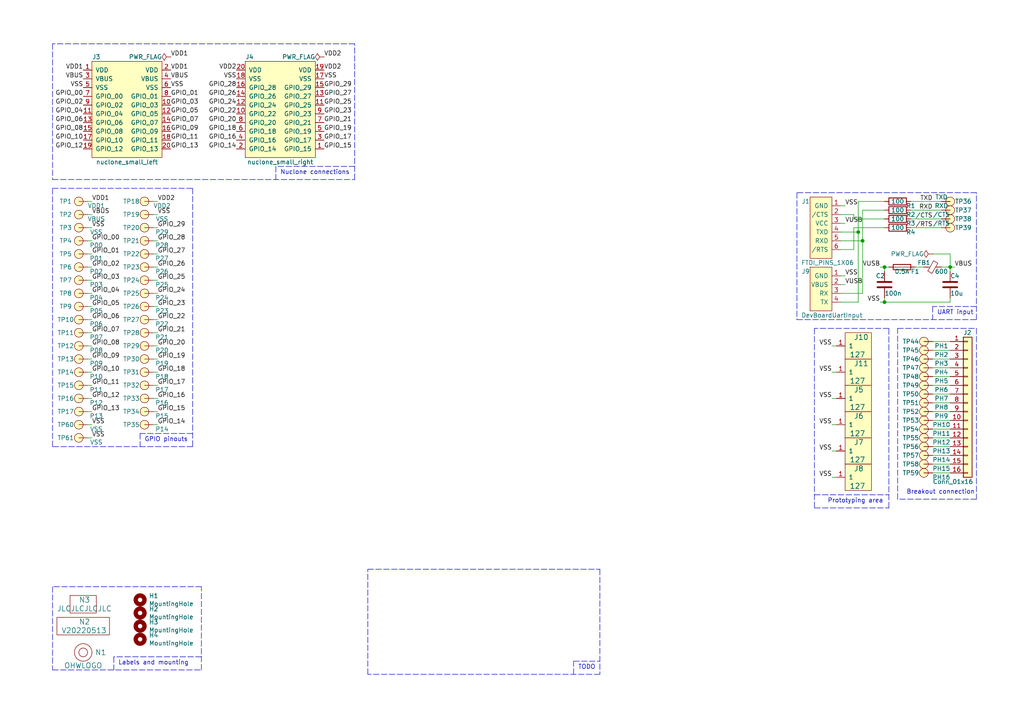
<source format=kicad_sch>
(kicad_sch (version 20211123) (generator eeschema)
  (paper "A4")
  (lib_symbols
    (symbol "Connector_Generic:Conn_01x16" (pin_names (offset 1.016) hide)
      (property "Reference" "J" (at 0 20.32 0))
      (property "Value" "Conn_01x16" (at 0 -22.86 0))
      (symbol "Conn_01x16_1_1"
        (rectangle (start -1.27 -20.193) (end 0 -20.447) (stroke (width 0.1524)))
        (rectangle (start -1.27 -17.653) (end 0 -17.907) (stroke (width 0.1524)))
        (rectangle (start -1.27 -15.113) (end 0 -15.367) (stroke (width 0.1524)))
        (rectangle (start -1.27 -12.573) (end 0 -12.827) (stroke (width 0.1524)))
        (rectangle (start -1.27 -10.033) (end 0 -10.287) (stroke (width 0.1524)))
        (rectangle (start -1.27 -7.493) (end 0 -7.747) (stroke (width 0.1524)))
        (rectangle (start -1.27 -4.953) (end 0 -5.207) (stroke (width 0.1524)))
        (rectangle (start -1.27 -2.413) (end 0 -2.667) (stroke (width 0.1524)))
        (rectangle (start -1.27 0.127) (end 0 -0.127) (stroke (width 0.1524)))
        (rectangle (start -1.27 2.667) (end 0 2.413) (stroke (width 0.1524)))
        (rectangle (start -1.27 5.207) (end 0 4.953) (stroke (width 0.1524)))
        (rectangle (start -1.27 7.747) (end 0 7.493) (stroke (width 0.1524)))
        (rectangle (start -1.27 10.287) (end 0 10.033) (stroke (width 0.1524)))
        (rectangle (start -1.27 12.827) (end 0 12.573) (stroke (width 0.1524)))
        (rectangle (start -1.27 15.367) (end 0 15.113) (stroke (width 0.1524)))
        (rectangle (start -1.27 17.907) (end 0 17.653) (stroke (width 0.1524)))
        (rectangle (start -1.27 19.05) (end 1.27 -21.59) (stroke (width 0.254)) (fill (type background)))
        (pin passive line (at -5.08 17.78 0) (length 3.81) (name "Pin_1") (number "1"))
        (pin passive line (at -5.08 -5.08 0) (length 3.81) (name "Pin_10") (number "10"))
        (pin passive line (at -5.08 -7.62 0) (length 3.81) (name "Pin_11") (number "11"))
        (pin passive line (at -5.08 -10.16 0) (length 3.81) (name "Pin_12") (number "12"))
        (pin passive line (at -5.08 -12.7 0) (length 3.81) (name "Pin_13") (number "13"))
        (pin passive line (at -5.08 -15.24 0) (length 3.81) (name "Pin_14") (number "14"))
        (pin passive line (at -5.08 -17.78 0) (length 3.81) (name "Pin_15") (number "15"))
        (pin passive line (at -5.08 -20.32 0) (length 3.81) (name "Pin_16") (number "16"))
        (pin passive line (at -5.08 15.24 0) (length 3.81) (name "Pin_2") (number "2"))
        (pin passive line (at -5.08 12.7 0) (length 3.81) (name "Pin_3") (number "3"))
        (pin passive line (at -5.08 10.16 0) (length 3.81) (name "Pin_4") (number "4"))
        (pin passive line (at -5.08 7.62 0) (length 3.81) (name "Pin_5") (number "5"))
        (pin passive line (at -5.08 5.08 0) (length 3.81) (name "Pin_6") (number "6"))
        (pin passive line (at -5.08 2.54 0) (length 3.81) (name "Pin_7") (number "7"))
        (pin passive line (at -5.08 0 0) (length 3.81) (name "Pin_8") (number "8"))
        (pin passive line (at -5.08 -2.54 0) (length 3.81) (name "Pin_9") (number "9"))
      )
    )
    (symbol "Device:C" (pin_numbers hide) (pin_names (offset 0.254))
      (property "Reference" "C" (at 0.635 2.54 0))
      (property "Value" "C" (at 0.635 -2.54 0))
      (symbol "C_0_1"
        (polyline (pts (xy -2.032 -0.762) (xy 2.032 -0.762)) (stroke (width 0.508)))
        (polyline (pts (xy -2.032 0.762) (xy 2.032 0.762)) (stroke (width 0.508)))
      )
      (symbol "C_1_1"
        (pin passive line (at 0 3.81 270) (length 2.794) (name "~") (number "1"))
        (pin passive line (at 0 -3.81 90) (length 2.794) (name "~") (number "2"))
      )
    )
    (symbol "Device:FerriteBead_Small" (pin_numbers hide) (pin_names (offset 0))
      (property "Reference" "FB" (at 1.905 1.27 0))
      (property "Value" "FerriteBead_Small" (at 1.905 -1.27 0))
      (symbol "FerriteBead_Small_0_1"
        (polyline (pts (xy 0 -1.27) (xy 0 -0.7874)))
        (polyline (pts (xy 0 0.889) (xy 0 1.2954)))
        (polyline (pts (xy -1.8288 0.2794) (xy -1.1176 1.4986) (xy 1.8288 -0.2032) (xy 1.1176 -1.4224) (xy -1.8288 0.2794)))
      )
      (symbol "FerriteBead_Small_1_1"
        (pin passive line (at 0 2.54 270) (length 1.27) (name "~") (number "1"))
        (pin passive line (at 0 -2.54 90) (length 1.27) (name "~") (number "2"))
      )
    )
    (symbol "Device:Fuse" (pin_numbers hide) (pin_names (offset 0))
      (property "Reference" "F" (at 2.032 0 90))
      (property "Value" "Fuse" (at -1.905 0 90))
      (symbol "Fuse_0_1"
        (rectangle (start -0.762 -2.54) (end 0.762 2.54) (stroke (width 0.254)))
        (polyline (pts (xy 0 2.54) (xy 0 -2.54)))
      )
      (symbol "Fuse_1_1"
        (pin passive line (at 0 3.81 270) (length 1.27) (name "~") (number "1"))
        (pin passive line (at 0 -3.81 90) (length 1.27) (name "~") (number "2"))
      )
    )
    (symbol "Device:R" (pin_numbers hide) (pin_names (offset 0))
      (property "Reference" "R" (at 2.032 0 90))
      (property "Value" "R" (at 0 0 90))
      (symbol "R_0_1"
        (rectangle (start -1.016 -2.54) (end 1.016 2.54) (stroke (width 0.254)))
      )
      (symbol "R_1_1"
        (pin passive line (at 0 3.81 270) (length 1.27) (name "~") (number "1"))
        (pin passive line (at 0 -3.81 90) (length 1.27) (name "~") (number "2"))
      )
    )
    (symbol "Mechanical:MountingHole" (pin_names (offset 1.016))
      (property "Reference" "H" (at 0 5.08 0))
      (property "Value" "MountingHole" (at 0 3.175 0))
      (symbol "MountingHole_0_1"
        (circle (center 0 0) (radius 1.27) (stroke (width 1.27)))
      )
    )
    (symbol "SquantorConnectorsNamed:DevBoardUartInput" (pin_names (offset 1.016))
      (property "Reference" "J" (at 0 7.62 0))
      (property "Value" "DevBoardUartInput" (at 0 -7.62 0))
      (symbol "DevBoardUartInput_0_1"
        (rectangle (start 2.54 -6.35) (end -3.81 6.35) (fill (type background)))
      )
      (symbol "DevBoardUartInput_1_1"
        (pin power_out line (at 5.08 3.81 180) (length 2.54) (name "GND") (number "1"))
        (pin power_out line (at 5.08 1.27 180) (length 2.54) (name "VBUS") (number "2"))
        (pin input line (at 5.08 -1.27 180) (length 2.54) (name "RX") (number "3"))
        (pin output line (at 5.08 -3.81 180) (length 2.54) (name "TX") (number "4"))
      )
    )
    (symbol "SquantorConnectorsNamed:FTDI_PINS_1X06" (pin_names (offset 1.016))
      (property "Reference" "J" (at 0 10.16 0))
      (property "Value" "FTDI_PINS_1X06" (at 0 -10.16 0))
      (symbol "FTDI_PINS_1X06_0_1"
        (rectangle (start -3.81 8.89) (end 2.54 -8.89) (fill (type background)))
      )
      (symbol "FTDI_PINS_1X06_1_1"
        (pin power_out line (at 5.08 6.35 180) (length 2.54) (name "GND") (number "1"))
        (pin input line (at 5.08 3.81 180) (length 2.54) (name "/CTS") (number "2"))
        (pin power_out line (at 5.08 1.27 180) (length 2.54) (name "VCC") (number "3"))
        (pin output line (at 5.08 -1.27 180) (length 2.54) (name "TXD") (number "4"))
        (pin input line (at 5.08 -3.81 180) (length 2.54) (name "RXD") (number "5"))
        (pin output line (at 5.08 -6.35 180) (length 2.54) (name "/RTS") (number "6"))
      )
    )
    (symbol "SquantorConnectorsNamed:nuclone_small_left" (pin_names (offset 1.016))
      (property "Reference" "J" (at 0 15.24 0))
      (property "Value" "nuclone_small_left" (at 0 -15.24 0))
      (symbol "nuclone_small_left_0_1"
        (rectangle (start -10.16 13.97) (end 10.16 -13.97) (fill (type background)))
      )
      (symbol "nuclone_small_left_1_1"
        (pin power_in line (at -12.7 11.43 0) (length 2.54) (name "VDD") (number "1"))
        (pin bidirectional line (at 12.7 1.27 180) (length 2.54) (name "GPIO_03") (number "10"))
        (pin bidirectional line (at -12.7 -1.27 0) (length 2.54) (name "GPIO_04") (number "11"))
        (pin bidirectional line (at 12.7 -1.27 180) (length 2.54) (name "GPIO_05") (number "12"))
        (pin bidirectional line (at -12.7 -3.81 0) (length 2.54) (name "GPIO_06") (number "13"))
        (pin bidirectional line (at 12.7 -3.81 180) (length 2.54) (name "GPIO_07") (number "14"))
        (pin bidirectional line (at -12.7 -6.35 0) (length 2.54) (name "GPIO_08") (number "15"))
        (pin bidirectional line (at 12.7 -6.35 180) (length 2.54) (name "GPIO_09") (number "16"))
        (pin bidirectional line (at -12.7 -8.89 0) (length 2.54) (name "GPIO_10") (number "17"))
        (pin bidirectional line (at 12.7 -8.89 180) (length 2.54) (name "GPIO_11") (number "18"))
        (pin bidirectional line (at -12.7 -11.43 0) (length 2.54) (name "GPIO_12") (number "19"))
        (pin power_in line (at 12.7 11.43 180) (length 2.54) (name "VDD") (number "2"))
        (pin bidirectional line (at 12.7 -11.43 180) (length 2.54) (name "GPIO_13") (number "20"))
        (pin power_in line (at -12.7 8.89 0) (length 2.54) (name "VBUS") (number "3"))
        (pin power_in line (at 12.7 8.89 180) (length 2.54) (name "VBUS") (number "4"))
        (pin power_in line (at -12.7 6.35 0) (length 2.54) (name "VSS") (number "5"))
        (pin power_in line (at 12.7 6.35 180) (length 2.54) (name "VSS") (number "6"))
        (pin bidirectional line (at -12.7 3.81 0) (length 2.54) (name "GPIO_00") (number "7"))
        (pin bidirectional line (at 12.7 3.81 180) (length 2.54) (name "GPIO_01") (number "8"))
        (pin bidirectional line (at -12.7 1.27 0) (length 2.54) (name "GPIO_02") (number "9"))
      )
    )
    (symbol "SquantorConnectorsNamed:nuclone_small_right" (pin_names (offset 1.016))
      (property "Reference" "J" (at 0 -15.24 0))
      (property "Value" "nuclone_small_right" (at 0 15.24 0))
      (symbol "nuclone_small_right_0_1"
        (rectangle (start 10.16 -13.97) (end -10.16 13.97) (fill (type background)))
      )
      (symbol "nuclone_small_right_1_1"
        (pin bidirectional line (at 12.7 -11.43 180) (length 2.54) (name "GPIO_15") (number "1"))
        (pin bidirectional line (at -12.7 -1.27 0) (length 2.54) (name "GPIO_22") (number "10"))
        (pin bidirectional line (at 12.7 1.27 180) (length 2.54) (name "GPIO_25") (number "11"))
        (pin bidirectional line (at -12.7 1.27 0) (length 2.54) (name "GPIO_24") (number "12"))
        (pin bidirectional line (at 12.7 3.81 180) (length 2.54) (name "GPIO_27") (number "13"))
        (pin bidirectional line (at -12.7 3.81 0) (length 2.54) (name "GPIO_26") (number "14"))
        (pin bidirectional line (at 12.7 6.35 180) (length 2.54) (name "GPIO_29") (number "15"))
        (pin bidirectional line (at -12.7 6.35 0) (length 2.54) (name "GPIO_28") (number "16"))
        (pin power_in line (at 12.7 8.89 180) (length 2.54) (name "VSS") (number "17"))
        (pin power_in line (at -12.7 8.89 0) (length 2.54) (name "VSS") (number "18"))
        (pin power_in line (at 12.7 11.43 180) (length 2.54) (name "VDD") (number "19"))
        (pin bidirectional line (at -12.7 -11.43 0) (length 2.54) (name "GPIO_14") (number "2"))
        (pin power_in line (at -12.7 11.43 0) (length 2.54) (name "VDD") (number "20"))
        (pin bidirectional line (at 12.7 -8.89 180) (length 2.54) (name "GPIO_17") (number "3"))
        (pin bidirectional line (at -12.7 -8.89 0) (length 2.54) (name "GPIO_16") (number "4"))
        (pin bidirectional line (at 12.7 -6.35 180) (length 2.54) (name "GPIO_19") (number "5"))
        (pin bidirectional line (at -12.7 -6.35 0) (length 2.54) (name "GPIO_18") (number "6"))
        (pin bidirectional line (at 12.7 -3.81 180) (length 2.54) (name "GPIO_21") (number "7"))
        (pin bidirectional line (at -12.7 -3.81 0) (length 2.54) (name "GPIO_20") (number "8"))
        (pin bidirectional line (at 12.7 -1.27 180) (length 2.54) (name "GPIO_23") (number "9"))
      )
    )
    (symbol "SquantorLabels:Label" (pin_names (offset 1.016))
      (property "Reference" "N" (at 0 1.27 0))
      (property "Value" "Label" (at 0 -1.27 0))
      (symbol "Label_0_1"
        (rectangle (start -3.81 2.54) (end 3.81 -2.54))
      )
    )
    (symbol "SquantorLabels:OHWLOGO" (pin_names (offset 1.016))
      (property "Reference" "N" (at 0 3.81 0))
      (property "Value" "OHWLOGO" (at 0 -3.81 0))
      (symbol "OHWLOGO_0_1"
        (circle (center 0 0) (radius 1.27))
        (circle (center 0 0) (radius 2.54))
      )
    )
    (symbol "SquantorLabels:VYYYYMMDD" (pin_names (offset 1.016))
      (property "Reference" "N" (at 0 2.54 0))
      (property "Value" "VYYYYMMDD" (at 0 0 0))
      (symbol "VYYYYMMDD_0_1"
        (rectangle (start 7.62 -1.27) (end -7.62 3.81))
      )
    )
    (symbol "SquantorProto:Proto_1pin" (pin_names (offset 1.016))
      (property "Reference" "J" (at 0 2.54 0))
      (property "Value" "Proto_1pin" (at 0 -2.54 0))
      (symbol "Proto_1pin_0_1"
        (polyline (pts (xy -3.81 3.81) (xy 3.81 3.81) (xy 3.81 -3.81) (xy -3.81 -3.81) (xy -3.81 3.81)) (fill (type background)))
      )
      (symbol "Proto_1pin_1_1"
        (pin passive line (at -6.35 0 0) (length 2.54) (name "1") (number "1"))
      )
    )
    (symbol "SquantorProto:testpad" (pin_numbers hide) (pin_names (offset 1.016) hide)
      (property "Reference" "TP" (at 0 2.54 0))
      (property "Value" "testpad" (at 0 -2.54 0))
      (symbol "testpad_0_1"
        (circle (center 0 0) (radius 1.27) (fill (type background)))
      )
      (symbol "testpad_1_1"
        (pin passive line (at -2.54 0 0) (length 2.54) (name "1") (number "1"))
      )
    )
    (symbol "power:PWR_FLAG" (power) (pin_numbers hide) (pin_names (offset 0) hide)
      (property "Value" "PWR_FLAG" (at 0 3.81 0))
      (symbol "PWR_FLAG_0_0"
        (pin power_out line (at 0 0 90) (length 0) (name "pwr") (number "1"))
      )
      (symbol "PWR_FLAG_0_1"
        (polyline (pts (xy 0 0) (xy 0 1.27) (xy -1.016 1.905) (xy 0 2.54) (xy 1.016 1.905) (xy 0 1.27)))
      )
    )
  )
  (junction (at 250.19 69.85))
  (junction (at 248.92 67.31))
  (junction (at 256.54 87.63))
  (junction (at 275.59 77.47))
  (junction (at 256.54 77.47))
  (wire (pts (xy 270.51 129.54) (xy 275.59 129.54)))
  (wire (pts (xy 241.3 138.43) (xy 242.57 138.43)))
  (polyline (pts (xy 260.35 144.78) (xy 260.35 95.25)))
  (wire (pts (xy 275.59 111.76) (xy 270.51 111.76)))
  (wire (pts (xy 44.45 96.52) (xy 45.72 96.52)))
  (wire (pts (xy 44.45 58.42) (xy 45.72 58.42)))
  (wire (pts (xy 276.86 77.47) (xy 275.59 77.47)))
  (polyline (pts (xy 102.87 48.26) (xy 80.01 48.26)))
  (polyline (pts (xy 33.02 190.5) (xy 33.02 194.31)))
  (wire (pts (xy 275.59 77.47) (xy 275.59 78.74)))
  (wire (pts (xy 270.51 99.06) (xy 275.59 99.06)))
  (wire (pts (xy 243.84 87.63) (xy 248.92 87.63)))
  (wire (pts (xy 270.51 73.66) (xy 275.59 73.66)))
  (wire (pts (xy 256.54 63.5) (xy 247.65 63.5)))
  (wire (pts (xy 45.72 77.47) (xy 44.45 77.47)))
  (wire (pts (xy 255.27 77.47) (xy 256.54 77.47)))
  (polyline (pts (xy 58.42 190.5) (xy 33.02 190.5)))
  (wire (pts (xy 45.72 107.95) (xy 44.45 107.95)))
  (wire (pts (xy 25.4 88.9) (xy 26.67 88.9)))
  (polyline (pts (xy 173.99 165.1) (xy 173.99 195.58)))
  (wire (pts (xy 270.51 114.3) (xy 275.59 114.3)))
  (wire (pts (xy 44.45 115.57) (xy 45.72 115.57)))
  (wire (pts (xy 275.59 73.66) (xy 275.59 77.47)))
  (wire (pts (xy 241.3 123.19) (xy 242.57 123.19)))
  (wire (pts (xy 265.43 77.47) (xy 267.97 77.47)))
  (wire (pts (xy 26.67 115.57) (xy 25.4 115.57)))
  (wire (pts (xy 26.67 58.42) (xy 25.4 58.42)))
  (polyline (pts (xy 80.01 48.26) (xy 80.01 52.07)))
  (wire (pts (xy 243.84 85.09) (xy 250.19 85.09)))
  (wire (pts (xy 26.67 123.19) (xy 25.4 123.19)))
  (polyline (pts (xy 15.24 54.61) (xy 55.88 54.61)))
  (wire (pts (xy 243.84 64.77) (xy 245.11 64.77)))
  (wire (pts (xy 26.67 85.09) (xy 25.4 85.09)))
  (wire (pts (xy 270.51 124.46) (xy 275.59 124.46)))
  (polyline (pts (xy 15.24 129.54) (xy 15.24 54.61)))
  (wire (pts (xy 45.72 100.33) (xy 44.45 100.33)))
  (polyline (pts (xy 40.64 125.73) (xy 40.64 129.54)))
  (wire (pts (xy 241.3 100.33) (xy 242.57 100.33)))
  (wire (pts (xy 44.45 66.04) (xy 45.72 66.04)))
  (polyline (pts (xy 55.88 54.61) (xy 55.88 129.54)))
  (wire (pts (xy 256.54 78.74) (xy 256.54 77.47)))
  (wire (pts (xy 45.72 85.09) (xy 44.45 85.09)))
  (polyline (pts (xy 236.22 147.32) (xy 257.81 147.32)))
  (wire (pts (xy 25.4 81.28) (xy 26.67 81.28)))
  (wire (pts (xy 25.4 104.14) (xy 26.67 104.14)))
  (wire (pts (xy 45.72 69.85) (xy 44.45 69.85)))
  (polyline (pts (xy 236.22 143.51) (xy 257.81 143.51)))
  (wire (pts (xy 275.59 87.63) (xy 275.59 86.36)))
  (wire (pts (xy 264.16 63.5) (xy 273.05 63.5)))
  (wire (pts (xy 25.4 96.52) (xy 26.67 96.52)))
  (wire (pts (xy 26.67 66.04) (xy 25.4 66.04)))
  (wire (pts (xy 275.59 101.6) (xy 270.51 101.6)))
  (wire (pts (xy 243.84 72.39) (xy 247.65 72.39)))
  (wire (pts (xy 275.59 116.84) (xy 270.51 116.84)))
  (wire (pts (xy 44.45 111.76) (xy 45.72 111.76)))
  (wire (pts (xy 270.51 104.14) (xy 275.59 104.14)))
  (polyline (pts (xy 15.24 194.31) (xy 58.42 194.31)))
  (wire (pts (xy 275.59 121.92) (xy 270.51 121.92)))
  (wire (pts (xy 44.45 88.9) (xy 45.72 88.9)))
  (polyline (pts (xy 102.87 12.7) (xy 15.24 12.7)))
  (wire (pts (xy 270.51 119.38) (xy 275.59 119.38)))
  (polyline (pts (xy 270.51 88.9) (xy 270.51 92.71)))
  (polyline (pts (xy 257.81 95.25) (xy 236.22 95.25)))
  (polyline (pts (xy 283.21 92.71) (xy 283.21 55.88)))
  (wire (pts (xy 275.59 132.08) (xy 270.51 132.08)))
  (wire (pts (xy 26.67 107.95) (xy 25.4 107.95)))
  (wire (pts (xy 241.3 107.95) (xy 242.57 107.95)))
  (polyline (pts (xy 236.22 95.25) (xy 236.22 147.32)))
  (wire (pts (xy 256.54 77.47) (xy 257.81 77.47)))
  (polyline (pts (xy 106.68 165.1) (xy 173.99 165.1)))
  (polyline (pts (xy 257.81 147.32) (xy 257.81 95.25)))
  (wire (pts (xy 270.51 109.22) (xy 275.59 109.22)))
  (polyline (pts (xy 260.35 95.25) (xy 283.21 95.25)))
  (polyline (pts (xy 55.88 129.54) (xy 15.24 129.54)))
  (polyline (pts (xy 15.24 52.07) (xy 102.87 52.07)))
  (polyline (pts (xy 283.21 144.78) (xy 260.35 144.78)))
  (polyline (pts (xy 58.42 194.31) (xy 58.42 170.18)))
  (polyline (pts (xy 283.21 88.9) (xy 270.51 88.9)))
  (wire (pts (xy 248.92 87.63) (xy 248.92 67.31)))
  (wire (pts (xy 264.16 58.42) (xy 273.05 58.42)))
  (wire (pts (xy 256.54 87.63) (xy 275.59 87.63)))
  (polyline (pts (xy 283.21 95.25) (xy 283.21 144.78)))
  (wire (pts (xy 241.3 115.57) (xy 242.57 115.57)))
  (polyline (pts (xy 166.37 191.77) (xy 173.99 191.77)))
  (wire (pts (xy 25.4 119.38) (xy 26.67 119.38)))
  (polyline (pts (xy 58.42 170.18) (xy 15.24 170.18)))
  (polyline (pts (xy 106.68 195.58) (xy 106.68 165.1)))
  (wire (pts (xy 264.16 66.04) (xy 273.05 66.04)))
  (wire (pts (xy 255.27 87.63) (xy 256.54 87.63)))
  (wire (pts (xy 45.72 119.38) (xy 44.45 119.38)))
  (wire (pts (xy 26.67 127) (xy 25.4 127)))
  (wire (pts (xy 248.92 58.42) (xy 256.54 58.42)))
  (wire (pts (xy 45.72 92.71) (xy 44.45 92.71)))
  (polyline (pts (xy 55.88 125.73) (xy 40.64 125.73)))
  (wire (pts (xy 247.65 63.5) (xy 247.65 62.23)))
  (wire (pts (xy 264.16 60.96) (xy 273.05 60.96)))
  (wire (pts (xy 241.3 130.81) (xy 242.57 130.81)))
  (wire (pts (xy 275.59 127) (xy 270.51 127)))
  (wire (pts (xy 250.19 69.85) (xy 250.19 60.96)))
  (wire (pts (xy 25.4 73.66) (xy 26.67 73.66)))
  (wire (pts (xy 44.45 81.28) (xy 45.72 81.28)))
  (wire (pts (xy 26.67 77.47) (xy 25.4 77.47)))
  (wire (pts (xy 44.45 123.19) (xy 45.72 123.19)))
  (polyline (pts (xy 283.21 55.88) (xy 231.14 55.88)))
  (polyline (pts (xy 231.14 55.88) (xy 231.14 92.71)))
  (wire (pts (xy 275.59 106.68) (xy 270.51 106.68)))
  (wire (pts (xy 26.67 100.33) (xy 25.4 100.33)))
  (wire (pts (xy 243.84 67.31) (xy 248.92 67.31)))
  (wire (pts (xy 250.19 60.96) (xy 256.54 60.96)))
  (wire (pts (xy 44.45 104.14) (xy 45.72 104.14)))
  (wire (pts (xy 44.45 73.66) (xy 45.72 73.66)))
  (wire (pts (xy 250.19 85.09) (xy 250.19 69.85)))
  (wire (pts (xy 248.92 67.31) (xy 248.92 58.42)))
  (wire (pts (xy 243.84 62.23) (xy 247.65 62.23)))
  (wire (pts (xy 26.67 69.85) (xy 25.4 69.85)))
  (wire (pts (xy 243.84 69.85) (xy 250.19 69.85)))
  (wire (pts (xy 26.67 92.71) (xy 25.4 92.71)))
  (polyline (pts (xy 15.24 170.18) (xy 15.24 194.31)))
  (polyline (pts (xy 15.24 12.7) (xy 15.24 52.07)))
  (wire (pts (xy 247.65 66.04) (xy 256.54 66.04)))
  (wire (pts (xy 243.84 80.01) (xy 245.11 80.01)))
  (polyline (pts (xy 173.99 195.58) (xy 106.68 195.58)))
  (wire (pts (xy 25.4 62.23) (xy 26.67 62.23)))
  (wire (pts (xy 270.51 134.62) (xy 275.59 134.62)))
  (wire (pts (xy 25.4 111.76) (xy 26.67 111.76)))
  (polyline (pts (xy 231.14 92.71) (xy 283.21 92.71)))
  (polyline (pts (xy 102.87 52.07) (xy 102.87 12.7)))
  (wire (pts (xy 243.84 59.69) (xy 245.11 59.69)))
  (wire (pts (xy 273.05 77.47) (xy 275.59 77.47)))
  (wire (pts (xy 275.59 137.16) (xy 270.51 137.16)))
  (wire (pts (xy 247.65 72.39) (xy 247.65 66.04)))
  (wire (pts (xy 45.72 62.23) (xy 44.45 62.23)))
  (wire (pts (xy 256.54 87.63) (xy 256.54 86.36)))
  (polyline (pts (xy 166.37 195.58) (xy 166.37 191.77)))
  (wire (pts (xy 243.84 82.55) (xy 245.11 82.55)))
  (text "Prototyping area" (at 240.03 146.05 0) (effects (font (size 1.27 1.27)) (justify left bottom)))
  (text "Labels and mounting" (at 34.29 193.04 0) (effects (font (size 1.27 1.27)) (justify left bottom)))
  (text "Breakout connection" (at 262.89 143.51 0) (effects (font (size 1.27 1.27)) (justify left bottom)))
  (text "TODO" (at 167.64 194.31 0) (effects (font (size 1.27 1.27)) (justify left bottom)))
  (text "GPIO pinouts" (at 41.91 128.27 0) (effects (font (size 1.27 1.27)) (justify left bottom)))
  (text "UART input" (at 271.78 91.44 0) (effects (font (size 1.27 1.27)) (justify left bottom)))
  (text "Nuclone connections" (at 81.28 50.8 0) (effects (font (size 1.27 1.27)) (justify left bottom)))
  (label "GPIO_24" (at 45.72 85.09 0))
  (label "GPIO_20" (at 68.58 35.56 180))
  (label "VSS" (at 241.3 115.57 180))
  (label "GPIO_22" (at 45.72 92.71 0))
  (label "GPIO_26" (at 68.58 27.94 180))
  (label "VSS" (at 49.53 25.4 0))
  (label "GPIO_24" (at 68.58 30.48 180))
  (label "GPIO_27" (at 45.72 73.66 0))
  (label "GPIO_11" (at 26.67 111.76 0))
  (label "VBUS" (at 49.53 22.86 0))
  (label "GPIO_28" (at 45.72 69.85 0))
  (label "VSS" (at 241.3 100.33 180))
  (label "GPIO_12" (at 26.67 115.57 0))
  (label "VSS" (at 241.3 130.81 180))
  (label "GPIO_15" (at 45.72 119.38 0))
  (label "VDD1" (at 26.67 58.42 0))
  (label "GPIO_07" (at 49.53 35.56 0))
  (label "GPIO_00" (at 24.13 27.94 180))
  (label "GPIO_21" (at 93.98 35.56 0))
  (label "VDD2" (at 93.98 16.51 0))
  (label "VBUS" (at 26.67 62.23 0))
  (label "VDD2" (at 45.72 58.42 0))
  (label "VSS" (at 241.3 107.95 180))
  (label "GPIO_29" (at 93.98 25.4 0))
  (label "VSS" (at 26.67 127 0))
  (label "GPIO_19" (at 45.72 104.14 0))
  (label "GPIO_08" (at 24.13 38.1 180))
  (label "{slash}CTS" (at 270.51 63.5 180))
  (label "GPIO_11" (at 49.53 40.64 0))
  (label "VDD1" (at 49.53 16.51 0))
  (label "VDD2" (at 93.98 20.32 0))
  (label "GPIO_22" (at 68.58 33.02 180))
  (label "VSS" (at 245.11 80.01 0))
  (label "VDD1" (at 24.13 20.32 180))
  (label "VSS" (at 45.72 62.23 0))
  (label "GPIO_10" (at 24.13 40.64 180))
  (label "GPIO_23" (at 93.98 33.02 0))
  (label "GPIO_01" (at 49.53 27.94 0))
  (label "GPIO_05" (at 49.53 33.02 0))
  (label "GPIO_15" (at 93.98 43.18 0))
  (label "GPIO_16" (at 45.72 115.57 0))
  (label "GPIO_08" (at 26.67 100.33 0))
  (label "GPIO_19" (at 93.98 38.1 0))
  (label "GPIO_26" (at 45.72 77.47 0))
  (label "GPIO_18" (at 45.72 107.95 0))
  (label "VSS" (at 241.3 123.19 180))
  (label "GPIO_27" (at 93.98 27.94 0))
  (label "GPIO_23" (at 45.72 88.9 0))
  (label "GPIO_21" (at 45.72 96.52 0))
  (label "GPIO_06" (at 26.67 92.71 0))
  (label "VUSB" (at 255.27 77.47 180))
  (label "GPIO_03" (at 26.67 81.28 0))
  (label "GPIO_17" (at 93.98 40.64 0))
  (label "GPIO_14" (at 68.58 43.18 180))
  (label "GPIO_00" (at 26.67 69.85 0))
  (label "VSS" (at 93.98 22.86 0))
  (label "GPIO_04" (at 24.13 33.02 180))
  (label "VSS" (at 24.13 25.4 180))
  (label "GPIO_03" (at 49.53 30.48 0))
  (label "GPIO_13" (at 49.53 43.18 0))
  (label "GPIO_09" (at 26.67 104.14 0))
  (label "GPIO_02" (at 26.67 77.47 0))
  (label "VSS" (at 26.67 66.04 0))
  (label "GPIO_25" (at 45.72 81.28 0))
  (label "GPIO_13" (at 26.67 119.38 0))
  (label "VBUS" (at 276.86 77.47 0))
  (label "VSS" (at 26.67 123.19 0))
  (label "GPIO_18" (at 68.58 38.1 180))
  (label "GPIO_07" (at 26.67 96.52 0))
  (label "GPIO_05" (at 26.67 88.9 0))
  (label "GPIO_28" (at 68.58 25.4 180))
  (label "GPIO_09" (at 49.53 38.1 0))
  (label "GPIO_06" (at 24.13 35.56 180))
  (label "VUSB" (at 245.11 64.77 0))
  (label "GPIO_02" (at 24.13 30.48 180))
  (label "GPIO_25" (at 93.98 30.48 0))
  (label "VBUS" (at 24.13 22.86 180))
  (label "VDD2" (at 68.58 20.32 180))
  (label "{slash}RTS" (at 270.51 66.04 180))
  (label "GPIO_04" (at 26.67 85.09 0))
  (label "GPIO_16" (at 68.58 40.64 180))
  (label "VUSB" (at 245.11 82.55 0))
  (label "GPIO_17" (at 45.72 111.76 0))
  (label "TXD" (at 270.51 58.42 180))
  (label "GPIO_10" (at 26.67 107.95 0))
  (label "VSS" (at 245.11 59.69 0))
  (label "VSS" (at 255.27 87.63 180))
  (label "VDD1" (at 49.53 20.32 0))
  (label "GPIO_12" (at 24.13 43.18 180))
  (label "RXD" (at 270.51 60.96 180))
  (label "GPIO_01" (at 26.67 73.66 0))
  (label "VSS" (at 68.58 22.86 180))
  (label "GPIO_14" (at 45.72 123.19 0))
  (label "VSS" (at 241.3 138.43 180))
  (label "GPIO_29" (at 45.72 66.04 0))
  (label "GPIO_20" (at 45.72 100.33 0))
  (symbol (lib_id "SquantorLabels:OHWLOGO") (at 24.13 189.23 0) (unit 1)
    (property "Reference" "N1" (at 29.21 189.23 0) (effects (font (size 1.524 1.524))))
    (property "Value" "OHWLOGO" (at 24.13 193.04 0) (effects (font (size 1.524 1.524))))
    (property "Footprint" "Symbols:OSHW-Symbol_6.7x6mm_SilkScreen" (effects hide))
  )
  (symbol (lib_id "Mechanical:MountingHole") (at 40.64 185.42 0) (unit 1)
    (property "Reference" "H4" (at 43.18 184.2516 0) (effects (justify left)))
    (property "Value" "MountingHole" (at 43.18 186.563 0) (effects (justify left)))
    (property "Footprint" "MountingHole:MountingHole_3.2mm_M3_Pad_Via" (effects hide))
  )
  (symbol (lib_id "Mechanical:MountingHole") (at 40.64 181.61 0) (unit 1)
    (property "Reference" "H3" (at 43.18 180.4416 0) (effects (justify left)))
    (property "Value" "MountingHole" (at 43.18 182.753 0) (effects (justify left)))
    (property "Footprint" "MountingHole:MountingHole_3.2mm_M3_Pad_Via" (effects hide))
  )
  (symbol (lib_id "Mechanical:MountingHole") (at 40.64 177.8 0) (unit 1)
    (property "Reference" "H2" (at 43.18 176.6316 0) (effects (justify left)))
    (property "Value" "MountingHole" (at 43.18 178.943 0) (effects (justify left)))
    (property "Footprint" "MountingHole:MountingHole_3.2mm_M3_Pad_Via" (effects hide))
  )
  (symbol (lib_id "Mechanical:MountingHole") (at 40.64 173.99 0) (unit 1)
    (property "Reference" "H1" (at 43.18 172.8216 0) (effects (justify left)))
    (property "Value" "MountingHole" (at 43.18 175.133 0) (effects (justify left)))
    (property "Footprint" "MountingHole:MountingHole_3.2mm_M3_Pad_Via" (effects hide))
  )
  (symbol (lib_id "SquantorLabels:VYYYYMMDD") (at 24.13 182.88 0) (unit 1)
    (property "Reference" "N2" (at 22.86 180.34 0) (effects (font (size 1.524 1.524)) (justify left)))
    (property "Value" "V20220513" (at 17.78 182.88 0) (effects (font (size 1.524 1.524)) (justify left)))
    (property "Footprint" "SquantorLabels:Label_Generic" (effects hide))
  )
  (symbol (lib_id "SquantorConnectorsNamed:nuclone_small_left") (at 36.83 31.75 0) (unit 1)
    (property "Reference" "J3" (at 27.94 16.51 0))
    (property "Value" "nuclone_small_left" (at 36.83 46.99 0))
    (property "Footprint" "SquantorConnectorsNamed:nuclone_small_left_stacked" (effects hide))
  )
  (symbol (lib_id "SquantorConnectorsNamed:nuclone_small_right") (at 81.28 31.75 0) (unit 1)
    (property "Reference" "J4" (at 72.39 16.51 0))
    (property "Value" "nuclone_small_right" (at 81.28 46.99 0))
    (property "Footprint" "SquantorConnectorsNamed:nuclone_small_right_stacked" (effects hide))
  )
  (symbol (lib_id "SquantorLabels:Label") (at 24.13 175.26 0) (unit 1)
    (property "Reference" "N3" (at 22.86 173.99 0) (effects (font (size 1.524 1.524)) (justify left)))
    (property "Value" "JLCJLCJLCJLC" (at 16.51 176.53 0) (effects (font (size 1.524 1.524)) (justify left)))
    (property "Footprint" "SquantorLabels:Label_Generic" (effects hide))
  )
  (symbol (lib_id "SquantorProto:testpad") (at 22.86 58.42 180) (unit 1)
    (property "Reference" "TP1" (at 19.05 58.42 0))
    (property "Value" "VDD1" (at 27.94 59.69 0))
    (property "Footprint" "SquantorTestPoints:TestPoint_hole_H05R10" (effects hide))
  )
  (symbol (lib_id "SquantorProto:testpad") (at 22.86 62.23 180) (unit 1)
    (property "Reference" "TP2" (at 19.05 62.23 0))
    (property "Value" "VBUS" (at 27.94 63.5 0))
    (property "Footprint" "SquantorTestPoints:TestPoint_hole_H05R10" (effects hide))
  )
  (symbol (lib_id "SquantorProto:testpad") (at 22.86 66.04 180) (unit 1)
    (property "Reference" "TP3" (at 19.05 66.04 0))
    (property "Value" "VSS" (at 27.94 67.31 0))
    (property "Footprint" "SquantorTestPoints:TestPoint_hole_H05R10" (effects hide))
  )
  (symbol (lib_id "Device:C") (at 256.54 82.55 0) (unit 1)
    (property "Reference" "C2" (at 254 80.01 0) (effects (justify left)))
    (property "Value" "100n" (at 256.54 85.09 0) (effects (justify left)))
    (property "Footprint" "SquantorRcl:C_0603" (effects hide))
  )
  (symbol (lib_id "Device:Fuse") (at 261.62 77.47 270) (unit 1)
    (property "Reference" "F1" (at 265.43 78.74 90))
    (property "Value" "0.5A" (at 261.62 78.74 90))
    (property "Footprint" "SquantorRcl:F_0603_hand" (effects hide))
  )
  (symbol (lib_id "Device:FerriteBead_Small") (at 270.51 77.47 270) (unit 1)
    (property "Reference" "FB1" (at 267.97 76.2 90))
    (property "Value" "600" (at 273.05 78.74 90))
    (property "Footprint" "SquantorRcl:L_0603" (effects hide))
  )
  (symbol (lib_id "Device:C") (at 275.59 82.55 0) (unit 1)
    (property "Reference" "C4" (at 275.59 80.01 0) (effects (justify left)))
    (property "Value" "10u" (at 275.59 85.09 0) (effects (justify left)))
    (property "Footprint" "SquantorRcl:C_0603" (effects hide))
  )
  (symbol (lib_id "power:PWR_FLAG") (at 49.53 16.51 90) (unit 1)
    (property "Reference" "#FLG01" (effects hide))
    (property "Value" "PWR_FLAG" (at 46.99 16.51 90) (effects (justify left)))
  )
  (symbol (lib_id "power:PWR_FLAG") (at 270.51 73.66 90) (unit 1)
    (property "Reference" "#FLG02" (effects hide))
    (property "Value" "PWR_FLAG" (at 267.97 73.66 90) (effects (justify left)))
  )
  (symbol (lib_id "SquantorProto:testpad") (at 22.86 69.85 180) (unit 1)
    (property "Reference" "TP4" (at 19.05 69.85 0))
    (property "Value" "P00" (at 27.94 71.12 0))
    (property "Footprint" "SquantorTestPoints:TestPoint_hole_H05R10" (effects hide))
  )
  (symbol (lib_id "SquantorProto:testpad") (at 22.86 73.66 180) (unit 1)
    (property "Reference" "TP5" (at 19.05 73.66 0))
    (property "Value" "P01" (at 27.94 74.93 0))
    (property "Footprint" "SquantorTestPoints:TestPoint_hole_H05R10" (effects hide))
  )
  (symbol (lib_id "SquantorProto:testpad") (at 22.86 77.47 180) (unit 1)
    (property "Reference" "TP6" (at 19.05 77.47 0))
    (property "Value" "P02" (at 27.94 78.74 0))
    (property "Footprint" "SquantorTestPoints:TestPoint_hole_H05R10" (effects hide))
  )
  (symbol (lib_id "SquantorProto:testpad") (at 22.86 81.28 180) (unit 1)
    (property "Reference" "TP7" (at 19.05 81.28 0))
    (property "Value" "P03" (at 27.94 82.55 0))
    (property "Footprint" "SquantorTestPoints:TestPoint_hole_H05R10" (effects hide))
  )
  (symbol (lib_id "SquantorProto:testpad") (at 22.86 85.09 180) (unit 1)
    (property "Reference" "TP8" (at 19.05 85.09 0))
    (property "Value" "P04" (at 27.94 86.36 0))
    (property "Footprint" "SquantorTestPoints:TestPoint_hole_H05R10" (effects hide))
  )
  (symbol (lib_id "SquantorProto:testpad") (at 22.86 88.9 180) (unit 1)
    (property "Reference" "TP9" (at 19.05 88.9 0))
    (property "Value" "P05" (at 27.94 90.17 0))
    (property "Footprint" "SquantorTestPoints:TestPoint_hole_H05R10" (effects hide))
  )
  (symbol (lib_id "SquantorProto:testpad") (at 22.86 92.71 180) (unit 1)
    (property "Reference" "TP10" (at 19.05 92.71 0))
    (property "Value" "P06" (at 27.94 93.98 0))
    (property "Footprint" "SquantorTestPoints:TestPoint_hole_H05R10" (effects hide))
  )
  (symbol (lib_id "SquantorProto:testpad") (at 22.86 96.52 180) (unit 1)
    (property "Reference" "TP11" (at 19.05 96.52 0))
    (property "Value" "P07" (at 27.94 97.79 0))
    (property "Footprint" "SquantorTestPoints:TestPoint_hole_H05R10" (effects hide))
  )
  (symbol (lib_id "SquantorProto:testpad") (at 22.86 100.33 180) (unit 1)
    (property "Reference" "TP12" (at 19.05 100.33 0))
    (property "Value" "P08" (at 27.94 101.6 0))
    (property "Footprint" "SquantorTestPoints:TestPoint_hole_H05R10" (effects hide))
  )
  (symbol (lib_id "SquantorProto:testpad") (at 22.86 104.14 180) (unit 1)
    (property "Reference" "TP13" (at 19.05 104.14 0))
    (property "Value" "P09" (at 27.94 105.41 0))
    (property "Footprint" "SquantorTestPoints:TestPoint_hole_H05R10" (effects hide))
  )
  (symbol (lib_id "SquantorProto:testpad") (at 22.86 107.95 180) (unit 1)
    (property "Reference" "TP14" (at 19.05 107.95 0))
    (property "Value" "P10" (at 27.94 109.22 0))
    (property "Footprint" "SquantorTestPoints:TestPoint_hole_H05R10" (effects hide))
  )
  (symbol (lib_id "SquantorProto:testpad") (at 22.86 111.76 180) (unit 1)
    (property "Reference" "TP15" (at 19.05 111.76 0))
    (property "Value" "P11" (at 27.94 113.03 0))
    (property "Footprint" "SquantorTestPoints:TestPoint_hole_H05R10" (effects hide))
  )
  (symbol (lib_id "SquantorProto:testpad") (at 22.86 115.57 180) (unit 1)
    (property "Reference" "TP16" (at 19.05 115.57 0))
    (property "Value" "P12" (at 27.94 116.84 0))
    (property "Footprint" "SquantorTestPoints:TestPoint_hole_H05R10" (effects hide))
  )
  (symbol (lib_id "SquantorProto:testpad") (at 22.86 119.38 180) (unit 1)
    (property "Reference" "TP17" (at 19.05 119.38 0))
    (property "Value" "P13" (at 27.94 120.65 0))
    (property "Footprint" "SquantorTestPoints:TestPoint_hole_H05R10" (effects hide))
  )
  (symbol (lib_id "Connector_Generic:Conn_01x16") (at 280.67 116.84 0) (unit 1)
    (property "Reference" "J2" (at 279.4 96.52 0) (effects (justify left)))
    (property "Value" "Conn_01x16" (at 270.51 139.7 0) (effects (justify left)))
    (property "Footprint" "Connector_JST:JST_PH_S16B-PH-K_1x16_P2.00mm_Horizontal" (effects hide))
  )
  (symbol (lib_id "SquantorProto:testpad") (at 41.91 58.42 180) (unit 1)
    (property "Reference" "TP18" (at 38.1 58.42 0))
    (property "Value" "VDD2" (at 46.99 59.69 0))
    (property "Footprint" "SquantorTestPoints:TestPoint_hole_H05R10" (effects hide))
  )
  (symbol (lib_id "SquantorProto:testpad") (at 41.91 62.23 180) (unit 1)
    (property "Reference" "TP19" (at 38.1 62.23 0))
    (property "Value" "VSS" (at 46.99 63.5 0))
    (property "Footprint" "SquantorTestPoints:TestPoint_hole_H05R10" (effects hide))
  )
  (symbol (lib_id "SquantorProto:testpad") (at 41.91 73.66 180) (unit 1)
    (property "Reference" "TP22" (at 38.1 73.66 0))
    (property "Value" "P27" (at 46.99 74.93 0))
    (property "Footprint" "SquantorTestPoints:TestPoint_hole_H05R10" (effects hide))
  )
  (symbol (lib_id "SquantorProto:testpad") (at 41.91 77.47 180) (unit 1)
    (property "Reference" "TP23" (at 38.1 77.47 0))
    (property "Value" "P26" (at 46.99 78.74 0))
    (property "Footprint" "SquantorTestPoints:TestPoint_hole_H05R10" (effects hide))
  )
  (symbol (lib_id "SquantorProto:testpad") (at 41.91 81.28 180) (unit 1)
    (property "Reference" "TP24" (at 38.1 81.28 0))
    (property "Value" "P25" (at 46.99 82.55 0))
    (property "Footprint" "SquantorTestPoints:TestPoint_hole_H05R10" (effects hide))
  )
  (symbol (lib_id "SquantorProto:testpad") (at 41.91 85.09 180) (unit 1)
    (property "Reference" "TP25" (at 38.1 85.09 0))
    (property "Value" "P24" (at 46.99 86.36 0))
    (property "Footprint" "SquantorTestPoints:TestPoint_hole_H05R10" (effects hide))
  )
  (symbol (lib_id "SquantorProto:testpad") (at 41.91 88.9 180) (unit 1)
    (property "Reference" "TP26" (at 38.1 88.9 0))
    (property "Value" "P23" (at 46.99 90.17 0))
    (property "Footprint" "SquantorTestPoints:TestPoint_hole_H05R10" (effects hide))
  )
  (symbol (lib_id "SquantorProto:testpad") (at 41.91 92.71 180) (unit 1)
    (property "Reference" "TP27" (at 38.1 92.71 0))
    (property "Value" "P22" (at 46.99 93.98 0))
    (property "Footprint" "SquantorTestPoints:TestPoint_hole_H05R10" (effects hide))
  )
  (symbol (lib_id "SquantorProto:testpad") (at 41.91 96.52 180) (unit 1)
    (property "Reference" "TP28" (at 38.1 96.52 0))
    (property "Value" "P21" (at 46.99 97.79 0))
    (property "Footprint" "SquantorTestPoints:TestPoint_hole_H05R10" (effects hide))
  )
  (symbol (lib_id "SquantorProto:testpad") (at 41.91 100.33 180) (unit 1)
    (property "Reference" "TP29" (at 38.1 100.33 0))
    (property "Value" "P20" (at 46.99 101.6 0))
    (property "Footprint" "SquantorTestPoints:TestPoint_hole_H05R10" (effects hide))
  )
  (symbol (lib_id "SquantorProto:testpad") (at 41.91 104.14 180) (unit 1)
    (property "Reference" "TP30" (at 38.1 104.14 0))
    (property "Value" "P19" (at 46.99 105.41 0))
    (property "Footprint" "SquantorTestPoints:TestPoint_hole_H05R10" (effects hide))
  )
  (symbol (lib_id "SquantorProto:testpad") (at 41.91 107.95 180) (unit 1)
    (property "Reference" "TP31" (at 38.1 107.95 0))
    (property "Value" "P18" (at 46.99 109.22 0))
    (property "Footprint" "SquantorTestPoints:TestPoint_hole_H05R10" (effects hide))
  )
  (symbol (lib_id "SquantorProto:testpad") (at 41.91 111.76 180) (unit 1)
    (property "Reference" "TP32" (at 38.1 111.76 0))
    (property "Value" "P17" (at 46.99 113.03 0))
    (property "Footprint" "SquantorTestPoints:TestPoint_hole_H05R10" (effects hide))
  )
  (symbol (lib_id "SquantorProto:testpad") (at 41.91 115.57 180) (unit 1)
    (property "Reference" "TP33" (at 38.1 115.57 0))
    (property "Value" "P16" (at 46.99 116.84 0))
    (property "Footprint" "SquantorTestPoints:TestPoint_hole_H05R10" (effects hide))
  )
  (symbol (lib_id "SquantorProto:testpad") (at 41.91 119.38 180) (unit 1)
    (property "Reference" "TP34" (at 38.1 119.38 0))
    (property "Value" "P15" (at 46.99 120.65 0))
    (property "Footprint" "SquantorTestPoints:TestPoint_hole_H05R10" (effects hide))
  )
  (symbol (lib_id "SquantorProto:testpad") (at 41.91 123.19 180) (unit 1)
    (property "Reference" "TP35" (at 38.1 123.19 0))
    (property "Value" "P14" (at 46.99 124.46 0))
    (property "Footprint" "SquantorTestPoints:TestPoint_hole_H05R10" (effects hide))
  )
  (symbol (lib_id "SquantorProto:testpad") (at 267.97 99.06 180) (unit 1)
    (property "Reference" "TP44" (at 264.16 99.06 0))
    (property "Value" "PH1" (at 273.05 100.33 0))
    (property "Footprint" "SquantorTestPoints:TestPoint_hole_H05R10" (effects hide))
  )
  (symbol (lib_id "SquantorProto:testpad") (at 267.97 101.6 180) (unit 1)
    (property "Reference" "TP45" (at 264.16 101.6 0))
    (property "Value" "PH2" (at 273.05 102.87 0))
    (property "Footprint" "SquantorTestPoints:TestPoint_hole_H05R10" (effects hide))
  )
  (symbol (lib_id "SquantorProto:testpad") (at 267.97 104.14 180) (unit 1)
    (property "Reference" "TP46" (at 264.16 104.14 0))
    (property "Value" "PH3" (at 273.05 105.41 0))
    (property "Footprint" "SquantorTestPoints:TestPoint_hole_H05R10" (effects hide))
  )
  (symbol (lib_id "SquantorProto:testpad") (at 267.97 106.68 180) (unit 1)
    (property "Reference" "TP47" (at 264.16 106.68 0))
    (property "Value" "PH4" (at 273.05 107.95 0))
    (property "Footprint" "SquantorTestPoints:TestPoint_hole_H05R10" (effects hide))
  )
  (symbol (lib_id "SquantorProto:testpad") (at 267.97 109.22 180) (unit 1)
    (property "Reference" "TP48" (at 264.16 109.22 0))
    (property "Value" "PH5" (at 273.05 110.49 0))
    (property "Footprint" "SquantorTestPoints:TestPoint_hole_H05R10" (effects hide))
  )
  (symbol (lib_id "SquantorProto:testpad") (at 267.97 111.76 180) (unit 1)
    (property "Reference" "TP49" (at 264.16 111.76 0))
    (property "Value" "PH6" (at 273.05 113.03 0))
    (property "Footprint" "SquantorTestPoints:TestPoint_hole_H05R10" (effects hide))
  )
  (symbol (lib_id "SquantorProto:testpad") (at 267.97 114.3 180) (unit 1)
    (property "Reference" "TP50" (at 264.16 114.3 0))
    (property "Value" "PH7" (at 273.05 115.57 0))
    (property "Footprint" "SquantorTestPoints:TestPoint_hole_H05R10" (effects hide))
  )
  (symbol (lib_id "SquantorProto:testpad") (at 267.97 116.84 180) (unit 1)
    (property "Reference" "TP51" (at 264.16 116.84 0))
    (property "Value" "PH8" (at 273.05 118.11 0))
    (property "Footprint" "SquantorTestPoints:TestPoint_hole_H05R10" (effects hide))
  )
  (symbol (lib_id "SquantorProto:testpad") (at 267.97 119.38 180) (unit 1)
    (property "Reference" "TP52" (at 264.16 119.38 0))
    (property "Value" "PH9" (at 273.05 120.65 0))
    (property "Footprint" "SquantorTestPoints:TestPoint_hole_H05R10" (effects hide))
  )
  (symbol (lib_id "SquantorProto:testpad") (at 267.97 121.92 180) (unit 1)
    (property "Reference" "TP53" (at 264.16 121.92 0))
    (property "Value" "PH10" (at 273.05 123.19 0))
    (property "Footprint" "SquantorTestPoints:TestPoint_hole_H05R10" (effects hide))
  )
  (symbol (lib_id "SquantorProto:testpad") (at 41.91 66.04 180) (unit 1)
    (property "Reference" "TP20" (at 38.1 66.04 0))
    (property "Value" "P29" (at 46.99 67.31 0))
    (property "Footprint" "SquantorTestPoints:TestPoint_hole_H05R10" (effects hide))
  )
  (symbol (lib_id "SquantorProto:testpad") (at 41.91 69.85 180) (unit 1)
    (property "Reference" "TP21" (at 38.1 69.85 0))
    (property "Value" "P28" (at 46.99 71.12 0))
    (property "Footprint" "SquantorTestPoints:TestPoint_hole_H05R10" (effects hide))
  )
  (symbol (lib_id "SquantorProto:testpad") (at 267.97 124.46 180) (unit 1)
    (property "Reference" "TP54" (at 264.16 124.46 0))
    (property "Value" "PH11" (at 273.05 125.73 0))
    (property "Footprint" "SquantorTestPoints:TestPoint_hole_H05R10" (effects hide))
  )
  (symbol (lib_id "SquantorProto:testpad") (at 267.97 127 180) (unit 1)
    (property "Reference" "TP55" (at 264.16 127 0))
    (property "Value" "PH12" (at 273.05 128.27 0))
    (property "Footprint" "SquantorTestPoints:TestPoint_hole_H05R10" (effects hide))
  )
  (symbol (lib_id "SquantorProto:testpad") (at 267.97 129.54 180) (unit 1)
    (property "Reference" "TP56" (at 264.16 129.54 0))
    (property "Value" "PH13" (at 273.05 130.81 0))
    (property "Footprint" "SquantorTestPoints:TestPoint_hole_H05R10" (effects hide))
  )
  (symbol (lib_id "SquantorProto:testpad") (at 267.97 132.08 180) (unit 1)
    (property "Reference" "TP57" (at 264.16 132.08 0))
    (property "Value" "PH14" (at 273.05 133.35 0))
    (property "Footprint" "SquantorTestPoints:TestPoint_hole_H05R10" (effects hide))
  )
  (symbol (lib_id "SquantorProto:testpad") (at 267.97 134.62 180) (unit 1)
    (property "Reference" "TP58" (at 264.16 134.62 0))
    (property "Value" "PH15" (at 273.05 135.89 0))
    (property "Footprint" "SquantorTestPoints:TestPoint_hole_H05R10" (effects hide))
  )
  (symbol (lib_id "SquantorProto:testpad") (at 267.97 137.16 180) (unit 1)
    (property "Reference" "TP59" (at 264.16 137.16 0))
    (property "Value" "PH16" (at 273.05 138.43 0))
    (property "Footprint" "SquantorTestPoints:TestPoint_hole_H05R10" (effects hide))
  )
  (symbol (lib_id "SquantorProto:testpad") (at 22.86 123.19 180) (unit 1)
    (property "Reference" "TP60" (at 19.05 123.19 0))
    (property "Value" "VSS" (at 27.94 124.46 0))
    (property "Footprint" "SquantorTestPoints:TestPoint_hole_H05R10" (effects hide))
  )
  (symbol (lib_id "SquantorProto:testpad") (at 22.86 127 180) (unit 1)
    (property "Reference" "TP61" (at 19.05 127 0))
    (property "Value" "VSS" (at 27.94 128.27 0))
    (property "Footprint" "SquantorTestPoints:TestPoint_hole_H05R10" (effects hide))
  )
  (symbol (lib_id "SquantorProto:Proto_1pin") (at 248.92 115.57 0) (unit 1)
    (property "Reference" "J5" (at 247.65 113.03 0) (effects (font (size 1.524 1.524)) (justify left)))
    (property "Value" "127" (at 246.38 118.11 0) (effects (font (size 1.524 1.524)) (justify left)))
    (property "Footprint" "SquantorProto:proto-SMD-0127-08X08-P010X020+pad" (effects hide))
  )
  (symbol (lib_id "SquantorProto:Proto_1pin") (at 248.92 123.19 0) (unit 1)
    (property "Reference" "J6" (at 247.65 120.65 0) (effects (font (size 1.524 1.524)) (justify left)))
    (property "Value" "127" (at 246.38 125.73 0) (effects (font (size 1.524 1.524)) (justify left)))
    (property "Footprint" "SquantorProto:proto-SMD-0127-08X08-P010X020+pad" (effects hide))
  )
  (symbol (lib_id "SquantorProto:testpad") (at 275.59 58.42 0) (unit 1)
    (property "Reference" "TP36" (at 279.4 58.42 0))
    (property "Value" "TXD" (at 273.05 57.15 0))
    (property "Footprint" "SquantorTestPoints:TestPoint_hole_H05R10" (effects hide))
  )
  (symbol (lib_id "SquantorProto:Proto_1pin") (at 248.92 130.81 0) (unit 1)
    (property "Reference" "J7" (at 247.65 128.27 0) (effects (font (size 1.524 1.524)) (justify left)))
    (property "Value" "127" (at 246.38 133.35 0) (effects (font (size 1.524 1.524)) (justify left)))
    (property "Footprint" "SquantorProto:proto-SMD-0127-08X08-P010X020+pad" (effects hide))
  )
  (symbol (lib_id "SquantorProto:Proto_1pin") (at 248.92 138.43 0) (unit 1)
    (property "Reference" "J8" (at 247.65 135.89 0) (effects (font (size 1.524 1.524)) (justify left)))
    (property "Value" "127" (at 246.38 140.97 0) (effects (font (size 1.524 1.524)) (justify left)))
    (property "Footprint" "SquantorProto:proto-SMD-0127-08X08-P010X020+pad" (effects hide))
  )
  (symbol (lib_id "SquantorProto:testpad") (at 275.59 60.96 0) (unit 1)
    (property "Reference" "TP37" (at 279.4 60.96 0))
    (property "Value" "RXD" (at 273.05 59.69 0))
    (property "Footprint" "SquantorTestPoints:TestPoint_hole_H05R10" (effects hide))
  )
  (symbol (lib_id "power:PWR_FLAG") (at 93.98 16.51 90) (unit 1)
    (property "Reference" "#FLG0101" (effects hide))
    (property "Value" "PWR_FLAG" (at 91.44 16.51 90) (effects (justify left)))
  )
  (symbol (lib_id "Device:R") (at 260.35 60.96 270) (unit 1)
    (property "Reference" "R2" (at 264.16 62.23 90))
    (property "Value" "100" (at 260.35 60.96 90))
    (property "Footprint" "SquantorRcl:R_0603_hand" (effects hide))
  )
  (symbol (lib_id "SquantorProto:Proto_1pin") (at 248.92 107.95 0) (unit 1)
    (property "Reference" "J11" (at 247.65 105.41 0) (effects (font (size 1.524 1.524)) (justify left)))
    (property "Value" "127" (at 246.38 110.49 0) (effects (font (size 1.524 1.524)) (justify left)))
    (property "Footprint" "SquantorProto:proto-SMD-0127-08X08-P010X020+pad" (effects hide))
  )
  (symbol (lib_id "Device:R") (at 260.35 66.04 270) (unit 1)
    (property "Reference" "R4" (at 264.16 67.31 90))
    (property "Value" "100" (at 260.35 66.04 90))
    (property "Footprint" "SquantorRcl:R_0603_hand" (effects hide))
  )
  (symbol (lib_id "SquantorProto:Proto_1pin") (at 248.92 100.33 0) (unit 1)
    (property "Reference" "J10" (at 247.65 97.79 0) (effects (font (size 1.524 1.524)) (justify left)))
    (property "Value" "127" (at 246.38 102.87 0) (effects (font (size 1.524 1.524)) (justify left)))
    (property "Footprint" "SquantorProto:proto-SMD-0127-08X08-P010X020+pad" (effects hide))
  )
  (symbol (lib_id "SquantorProto:testpad") (at 275.59 63.5 0) (unit 1)
    (property "Reference" "TP38" (at 279.4 63.5 0))
    (property "Value" "/CTS" (at 273.05 62.23 0))
    (property "Footprint" "SquantorTestPoints:TestPoint_hole_H05R10" (effects hide))
  )
  (symbol (lib_id "Device:R") (at 260.35 58.42 270) (unit 1)
    (property "Reference" "R1" (at 264.16 59.69 90))
    (property "Value" "100" (at 260.35 58.42 90))
    (property "Footprint" "SquantorRcl:R_0603_hand" (effects hide))
  )
  (symbol (lib_id "Device:R") (at 260.35 63.5 270) (unit 1)
    (property "Reference" "R3" (at 264.16 64.77 90))
    (property "Value" "100" (at 260.35 63.5 90))
    (property "Footprint" "SquantorRcl:R_0603_hand" (effects hide))
  )
  (symbol (lib_id "SquantorConnectorsNamed:FTDI_PINS_1X06") (at 238.76 66.04 0) (unit 1)
    (property "Reference" "J1" (at 233.68 58.42 0))
    (property "Value" "FTDI_PINS_1X06" (at 240.03 76.2 0))
    (property "Footprint" "Connector_PinHeader_2.54mm:PinHeader_1x06_P2.54mm_Horizontal" (effects hide))
  )
  (symbol (lib_id "SquantorProto:testpad") (at 275.59 66.04 0) (unit 1)
    (property "Reference" "TP39" (at 279.4 66.04 0))
    (property "Value" "/RTS" (at 273.05 64.77 0))
    (property "Footprint" "SquantorTestPoints:TestPoint_hole_H05R10" (effects hide))
  )
  (symbol (lib_id "SquantorConnectorsNamed:DevBoardUartInput") (at 238.76 83.82 0) (unit 1)
    (property "Reference" "J9" (at 233.68 78.74 0))
    (property "Value" "DevBoardUartInput" (at 241.3 91.44 0))
    (property "Footprint" "Connector_JST:JST_PH_S4B-PH-K_1x04_P2.00mm_Horizontal" (effects hide))
  )
)
</source>
